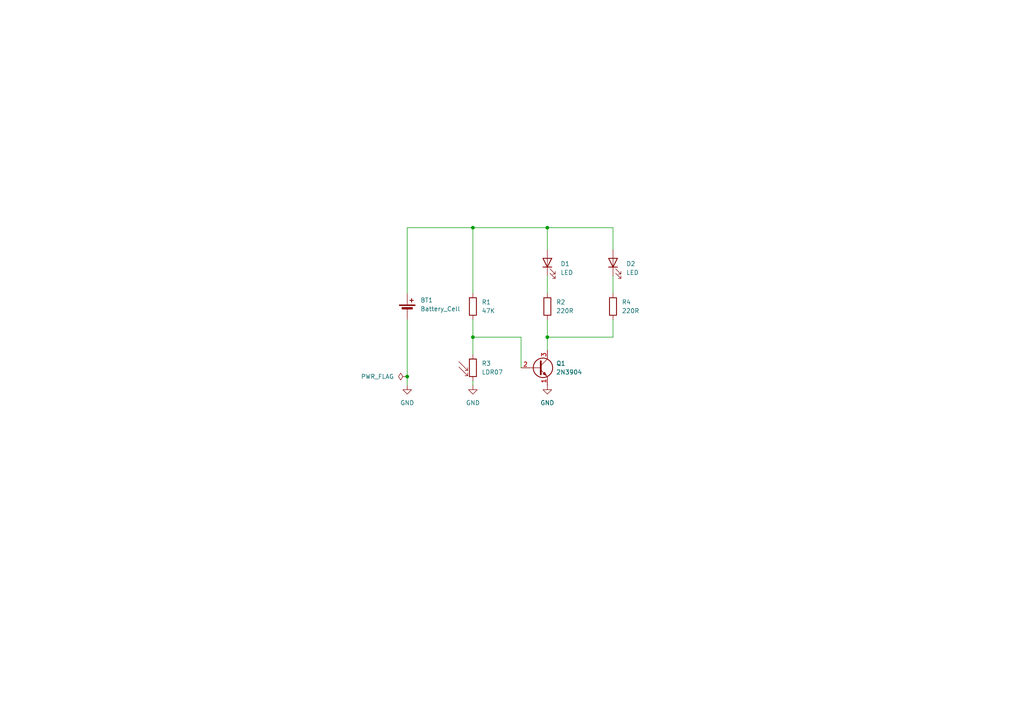
<source format=kicad_sch>
(kicad_sch (version 20250114) (generator "eeschema") (generator_version "9.0")
  (paper "A4")
  (lib_symbols
    (symbol "Device:Battery_Cell" (pin_numbers (hide yes)) (pin_names (offset 0) (hide yes))
      (property "Reference" "BT" (at 2.54 2.54 0))
      (property "Value" "Battery_Cell" (at 2.54 0 0))
      (symbol "Battery_Cell_0_1"
        (rectangle (start -2.286 1.778) (end 2.286 1.524) (fill (type outline)))
        (rectangle (start -1.524 1.016) (end 1.524 0.508) (fill (type outline)))
        (polyline (pts (xy 0 1.778) (xy 0 2.54)))
        (polyline (pts (xy 0 0.762) (xy 0 0)))
        (polyline (pts (xy 0.762 3.048) (xy 1.778 3.048)) (stroke (width 0.254)))
        (polyline (pts (xy 1.27 3.556) (xy 1.27 2.54)) (stroke (width 0.254)))
      )
      (symbol "Battery_Cell_1_1"
        (pin passive line (at 0 5.08 270) (length 2.54) (name "+") (number "1"))
        (pin passive line (at 0 -2.54 90) (length 2.54) (name "-") (number "2"))
      )
    )
    (symbol "Device:LED" (pin_numbers (hide yes)) (pin_names (offset 1.016) (hide yes))
      (property "Reference" "D" (at 0 2.54 0))
      (property "Value" "LED" (at 0 -2.54 0))
      (symbol "LED_0_1"
        (polyline (pts (xy -3.048 -0.762) (xy -4.572 -2.286) (xy -3.81 -2.286) (xy -4.572 -2.286) (xy -4.572 -1.524)))
        (polyline (pts (xy -1.778 -0.762) (xy -3.302 -2.286) (xy -2.54 -2.286) (xy -3.302 -2.286) (xy -3.302 -1.524)))
        (polyline (pts (xy -1.27 0) (xy 1.27 0)))
        (polyline (pts (xy -1.27 -1.27) (xy -1.27 1.27)) (stroke (width 0.254)))
        (polyline (pts (xy 1.27 -1.27) (xy 1.27 1.27) (xy -1.27 0) (xy 1.27 -1.27)) (stroke (width 0.254)))
      )
      (symbol "LED_1_1"
        (pin passive line (at -3.81 0 0) (length 2.54) (name "K") (number "1"))
        (pin passive line (at 3.81 0 180) (length 2.54) (name "A") (number "2"))
      )
    )
    (symbol "Device:R" (pin_numbers (hide yes)) (pin_names (offset 0))
      (property "Reference" "R" (at 2.032 0 90))
      (property "Value" "R" (at 0 0 90))
      (symbol "R_0_1"
        (rectangle (start -1.016 -2.54) (end 1.016 2.54) (stroke (width 0.254)))
      )
      (symbol "R_1_1"
        (pin passive line (at 0 3.81 270) (length 1.27) (name "~") (number "1"))
        (pin passive line (at 0 -3.81 90) (length 1.27) (name "~") (number "2"))
      )
    )
    (symbol "Sensor_Optical:LDR07" (pin_numbers (hide yes)) (pin_names (offset 0))
      (property "Reference" "R" (at -5.08 0 90))
      (property "Value" "LDR07" (at 1.905 0 90))
      (symbol "LDR07_0_1"
        (polyline (pts (xy -1.524 -0.762) (xy -4.064 1.778)))
        (polyline (pts (xy -1.524 -0.762) (xy -2.286 -0.762)))
        (polyline (pts (xy -1.524 -0.762) (xy -1.524 0)))
        (polyline (pts (xy -1.524 -2.286) (xy -4.064 0.254)))
        (polyline (pts (xy -1.524 -2.286) (xy -2.286 -2.286)))
        (polyline (pts (xy -1.524 -2.286) (xy -1.524 -1.524)))
        (rectangle (start -1.016 2.54) (end 1.016 -2.54) (stroke (width 0.254)))
      )
      (symbol "LDR07_1_1"
        (pin passive line (at 0 3.81 270) (length 1.27) (name "~") (number "1"))
        (pin passive line (at 0 -3.81 90) (length 1.27) (name "~") (number "2"))
      )
    )
    (symbol "Transistor_BJT:2N3904" (pin_names (offset 0) (hide yes))
      (property "Reference" "Q" (at 5.08 1.905 0))
      (property "Value" "2N3904" (at 5.08 0 0))
      (symbol "2N3904_0_1"
        (polyline (pts (xy -2.54 0) (xy 0.635 0)))
        (polyline (pts (xy 0.635 1.905) (xy 0.635 -1.905)) (stroke (width 0.508)))
        (circle (center 1.27 0) (radius 2.8194) (stroke (width 0.254)))
      )
      (symbol "2N3904_1_1"
        (polyline (pts (xy 0.635 0.635) (xy 2.54 2.54)))
        (polyline (pts (xy 0.635 -0.635) (xy 2.54 -2.54)))
        (polyline (pts (xy 1.27 -1.778) (xy 1.778 -1.27) (xy 2.286 -2.286) (xy 1.27 -1.778)) (fill (type outline)))
        (pin input line (at -5.08 0 0) (length 2.54) (name "B") (number "2"))
        (pin passive line (at 2.54 5.08 270) (length 2.54) (name "C") (number "3"))
        (pin passive line (at 2.54 -5.08 90) (length 2.54) (name "E") (number "1"))
      )
    )
    (symbol "power:GND" (power) (pin_numbers (hide yes)) (pin_names (offset 0) (hide yes))
      (property "Value" "GND" (at 0 -3.81 0))
      (symbol "GND_0_1"
        (polyline (pts (xy 0 0) (xy 0 -1.27) (xy 1.27 -1.27) (xy 0 -2.54) (xy -1.27 -1.27) (xy 0 -1.27)))
      )
      (symbol "GND_1_1"
        (pin power_in line (at 0 0 270) (length 0) (name "~") (number "1"))
      )
    )
    (symbol "power:PWR_FLAG" (power) (pin_numbers (hide yes)) (pin_names (offset 0) (hide yes))
      (property "Value" "PWR_FLAG" (at 0 3.81 0))
      (symbol "PWR_FLAG_0_0"
        (pin power_out line (at 0 0 90) (length 0) (name "~") (number "1"))
      )
      (symbol "PWR_FLAG_0_1"
        (polyline (pts (xy 0 0) (xy 0 1.27) (xy -1.016 1.905) (xy 0 2.54) (xy 1.016 1.905) (xy 0 1.27)))
      )
    )
  )
  (junction (at 158.75 66.04))
  (junction (at 137.16 97.79))
  (junction (at 137.16 66.04))
  (junction (at 118.11 109.22))
  (junction (at 158.75 97.79))
  (wire (pts (xy 137.16 66.04) (xy 137.16 85.09)))
  (wire (pts (xy 177.8 66.04) (xy 177.8 72.39)))
  (wire (pts (xy 137.16 66.04) (xy 118.11 66.04)))
  (wire (pts (xy 151.13 97.79) (xy 137.16 97.79)))
  (wire (pts (xy 158.75 92.71) (xy 158.75 97.79)))
  (wire (pts (xy 177.8 92.71) (xy 177.8 97.79)))
  (wire (pts (xy 177.8 66.04) (xy 158.75 66.04)))
  (wire (pts (xy 158.75 80.01) (xy 158.75 85.09)))
  (wire (pts (xy 158.75 97.79) (xy 158.75 101.6)))
  (wire (pts (xy 137.16 111.76) (xy 137.16 110.49)))
  (wire (pts (xy 137.16 92.71) (xy 137.16 97.79)))
  (wire (pts (xy 158.75 66.04) (xy 137.16 66.04)))
  (wire (pts (xy 158.75 72.39) (xy 158.75 66.04)))
  (wire (pts (xy 118.11 109.22) (xy 118.11 111.76)))
  (wire (pts (xy 118.11 66.04) (xy 118.11 85.09)))
  (wire (pts (xy 118.11 92.71) (xy 118.11 109.22)))
  (wire (pts (xy 177.8 97.79) (xy 158.75 97.79)))
  (wire (pts (xy 177.8 80.01) (xy 177.8 85.09)))
  (wire (pts (xy 137.16 97.79) (xy 137.16 102.87)))
  (wire (pts (xy 151.13 106.68) (xy 151.13 97.79)))
  (symbol (lib_id "Sensor_Optical:LDR07") (at 137.16 106.68 0) (unit 1)
    (property "Reference" "R3" (at 139.7 105.4099 0) (effects (justify left)))
    (property "Value" "LDR07" (at 139.7 107.9499 0) (effects (justify left)))
    (property "Footprint" "OptoDevice:R_LDR_5.1x4.3mm_P3.4mm_Vertical" (effects (hide yes)))
    (property "Datasheet" "http://www.tme.eu/de/Document/f2e3ad76a925811312d226c31da4cd7e/LDR07.pdf" (effects (hide yes)))
    (property "Description" "light dependent resistor" (effects (hide yes)))
  )
  (symbol (lib_id "power:PWR_FLAG") (at 118.11 109.22 90) (unit 1)
    (property "Reference" "#FLG02" (effects (hide yes)))
    (property "Value" "PWR_FLAG" (at 114.3 109.2199 90) (effects (justify left)))
    (property "Description" "Special symbol for telling ERC where power comes from" (effects (hide yes)))
  )
  (symbol (lib_id "Device:Battery_Cell") (at 118.11 90.17 0) (unit 1)
    (property "Reference" "BT1" (at 121.92 87.0584 0) (effects (justify left)))
    (property "Value" "Battery_Cell" (at 121.92 89.5984 0) (effects (justify left)))
    (property "Description" "Single-cell battery" (effects (hide yes)))
  )
  (symbol (lib_id "power:GND") (at 118.11 111.76 0) (unit 1)
    (property "Reference" "#PWR03" (effects (hide yes)))
    (property "Value" "GND" (at 118.11 116.84 0))
    (property "Description" "Power symbol creates a global label with name \"GND\" , ground" (effects (hide yes)))
  )
  (symbol (lib_id "Device:R") (at 177.8 88.9 0) (unit 1)
    (property "Reference" "R4" (at 180.34 87.6299 0) (effects (justify left)))
    (property "Value" "220R" (at 180.34 90.1699 0) (effects (justify left)))
    (property "Description" "Resistor" (effects (hide yes)))
  )
  (symbol (lib_id "Device:LED") (at 158.75 76.2 90) (unit 1)
    (property "Reference" "D1" (at 162.56 76.5174 90) (effects (justify right)))
    (property "Value" "LED" (at 162.56 79.0574 90) (effects (justify right)))
    (property "Description" "Light emitting diode" (effects (hide yes)))
    (property "Sim.Pins" "1=K 2=A" (effects (hide yes)))
  )
  (symbol (lib_id "Transistor_BJT:2N3904") (at 156.21 106.68 0) (unit 1)
    (property "Reference" "Q1" (at 161.29 105.4099 0) (effects (justify left)))
    (property "Value" "2N3904" (at 161.29 107.9499 0) (effects (justify left)))
    (property "Footprint" "Package_TO_SOT_THT:TO-92_Inline" (effects (hide yes)))
    (property "Datasheet" "https://www.onsemi.com/pub/Collateral/2N3903-D.PDF" (effects (hide yes)))
    (property "Description" "0.2A Ic, 40V Vce, Small Signal NPN Transistor, TO-92" (effects (hide yes)))
  )
  (symbol (lib_id "power:GND") (at 137.16 111.76 0) (unit 1)
    (property "Reference" "#PWR01" (effects (hide yes)))
    (property "Value" "GND" (at 137.16 116.84 0))
    (property "Description" "Power symbol creates a global label with name \"GND\" , ground" (effects (hide yes)))
  )
  (symbol (lib_id "Device:R") (at 158.75 88.9 0) (unit 1)
    (property "Reference" "R2" (at 161.29 87.6299 0) (effects (justify left)))
    (property "Value" "220R" (at 161.29 90.1699 0) (effects (justify left)))
    (property "Description" "Resistor" (effects (hide yes)))
  )
  (symbol (lib_id "Device:R") (at 137.16 88.9 0) (unit 1)
    (property "Reference" "R1" (at 139.7 87.6299 0) (effects (justify left)))
    (property "Value" "47K" (at 139.7 90.1699 0) (effects (justify left)))
    (property "Description" "Resistor" (effects (hide yes)))
  )
  (symbol (lib_id "Device:LED") (at 177.8 76.2 90) (unit 1)
    (property "Reference" "D2" (at 181.61 76.5174 90) (effects (justify right)))
    (property "Value" "LED" (at 181.61 79.0574 90) (effects (justify right)))
    (property "Description" "Light emitting diode" (effects (hide yes)))
    (property "Sim.Pins" "1=K 2=A" (effects (hide yes)))
  )
  (symbol (lib_id "power:GND") (at 158.75 111.76 0) (unit 1)
    (property "Reference" "#PWR02" (effects (hide yes)))
    (property "Value" "GND" (at 158.75 116.84 0))
    (property "Description" "Power symbol creates a global label with name \"GND\" , ground" (effects (hide yes)))
  )
)
</source>
